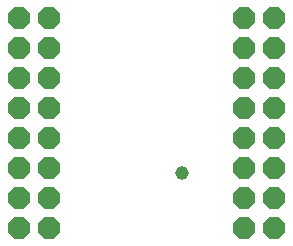
<source format=gbs>
G75*
G70*
%OFA0B0*%
%FSLAX24Y24*%
%IPPOS*%
%LPD*%
%AMOC8*
5,1,8,0,0,1.08239X$1,22.5*
%
%ADD10OC8,0.0740*%
%ADD11C,0.0456*%
D10*
X003293Y001050D03*
X003293Y002050D03*
X003293Y003050D03*
X003293Y004050D03*
X003293Y005050D03*
X003293Y006050D03*
X003293Y007050D03*
X003293Y008050D03*
X004293Y008050D03*
X004293Y007050D03*
X004293Y006050D03*
X004293Y005050D03*
X004293Y004050D03*
X004293Y003050D03*
X004293Y002050D03*
X004293Y001050D03*
X010793Y001050D03*
X010793Y002050D03*
X011793Y002050D03*
X011793Y001050D03*
X011793Y003050D03*
X010793Y003050D03*
X010793Y004050D03*
X011793Y004050D03*
X011793Y005050D03*
X010793Y005050D03*
X010793Y006050D03*
X011793Y006050D03*
X011793Y007050D03*
X010793Y007050D03*
X010793Y008050D03*
X011793Y008050D03*
D11*
X008718Y002900D03*
M02*

</source>
